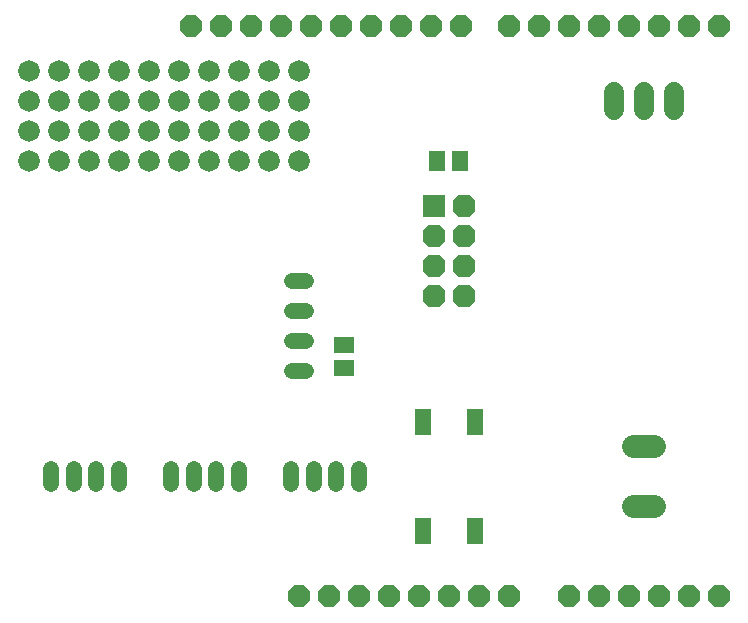
<source format=gts>
G04 This is an RS-274x file exported by *
G04 gerbv version 2.6.1 *
G04 More information is available about gerbv at *
G04 http://gerbv.geda-project.org/ *
G04 --End of header info--*
%MOIN*%
%FSLAX34Y34*%
%IPPOS*%
G04 --Define apertures--*
%ADD10C,0.1320*%
%AMMACRO11*
5,1,8,0.000000,0.000000,0.077932,22.500000*
%
%ADD11MACRO11*%
%ADD12C,0.0532*%
%ADD13R,0.0690X0.0572*%
%ADD14R,0.0760X0.0760*%
%AMMACRO15*
5,1,8,0.000000,0.000000,0.082262,22.500000*
%
%ADD15MACRO15*%
%ADD16R,0.0572X0.0651*%
%ADD17R,0.0572X0.0887*%
%ADD18C,0.0769*%
%ADD19C,0.0660*%
%ADD20C,0.0436*%
%ADD21C,0.0720*%
G04 --Start main section--*
G54D11*
G01X0027260Y0001500D03*
G01X0026260Y0001500D03*
G01X0025260Y0001500D03*
G01X0024260Y0001500D03*
G01X0023260Y0001500D03*
G01X0022260Y0001500D03*
G01X0020260Y0001500D03*
G01X0019260Y0001500D03*
G01X0018260Y0001500D03*
G01X0017260Y0001500D03*
G01X0016260Y0001500D03*
G01X0015260Y0001500D03*
G01X0014260Y0001500D03*
G01X0013260Y0001500D03*
G01X0013660Y0020500D03*
G01X0012659Y0020500D03*
G01X0011660Y0020500D03*
G01X0010660Y0020500D03*
G01X0009660Y0020500D03*
G01X0014660Y0020500D03*
G01X0015660Y0020500D03*
G01X0016660Y0020500D03*
G01X0017660Y0020500D03*
G01X0018660Y0020500D03*
G01X0020260Y0020500D03*
G01X0021260Y0020500D03*
G01X0022260Y0020500D03*
G01X0023260Y0020500D03*
G01X0024260Y0020500D03*
G01X0025260Y0020500D03*
G01X0026260Y0020500D03*
G01X0027260Y0020500D03*
G54D12*
G01X0013496Y0012000D02*
G01X0013023Y0012000D01*
G01X0013023Y0011000D02*
G01X0013496Y0011000D01*
G01X0013496Y0010000D02*
G01X0013023Y0010000D01*
G01X0013023Y0009000D02*
G01X0013496Y0009000D01*
G01X0013760Y0005736D02*
G01X0013760Y0005264D01*
G01X0013010Y0005264D02*
G01X0013010Y0005736D01*
G01X0014510Y0005736D02*
G01X0014510Y0005264D01*
G01X0015260Y0005264D02*
G01X0015260Y0005736D01*
G01X0011260Y0005736D02*
G01X0011260Y0005264D01*
G01X0010510Y0005264D02*
G01X0010510Y0005736D01*
G01X0009760Y0005736D02*
G01X0009760Y0005264D01*
G01X0009010Y0005264D02*
G01X0009010Y0005736D01*
G01X0007260Y0005736D02*
G01X0007260Y0005264D01*
G01X0006510Y0005264D02*
G01X0006510Y0005736D01*
G01X0005760Y0005736D02*
G01X0005760Y0005264D01*
G01X0005010Y0005264D02*
G01X0005010Y0005736D01*
G54D13*
G01X0014760Y0009126D03*
G01X0014760Y0009874D03*
G54D14*
G01X0017760Y0014500D03*
G54D15*
G01X0018760Y0014500D03*
G01X0018760Y0013500D03*
G01X0017760Y0013500D03*
G01X0017760Y0012500D03*
G01X0018760Y0012500D03*
G01X0018760Y0011500D03*
G01X0017760Y0011500D03*
G54D16*
G01X0017886Y0016000D03*
G01X0018634Y0016000D03*
G54D17*
G01X0019126Y0007311D03*
G01X0017393Y0007311D03*
G01X0017393Y0003689D03*
G01X0019126Y0003689D03*
G54D18*
G01X0024405Y0004500D02*
G01X0025114Y0004500D01*
G01X0025114Y0006500D02*
G01X0024405Y0006500D01*
G54D19*
G01X0024760Y0017700D02*
G01X0024760Y0018300D01*
G01X0025760Y0018300D02*
G01X0025760Y0017700D01*
G01X0023760Y0017700D02*
G01X0023760Y0018300D01*
G54D21*
G01X0013260Y0016000D03*
G01X0012260Y0016000D03*
G01X0011260Y0016000D03*
G01X0010260Y0016000D03*
G01X0009260Y0016000D03*
G01X0008260Y0016000D03*
G01X0007260Y0016000D03*
G01X0006260Y0016000D03*
G01X0005260Y0016000D03*
G01X0004260Y0016000D03*
G01X0004260Y0017000D03*
G01X0005260Y0017000D03*
G01X0005260Y0018000D03*
G01X0004260Y0018000D03*
G01X0004260Y0019000D03*
G01X0005260Y0019000D03*
G01X0006260Y0019000D03*
G01X0007260Y0019000D03*
G01X0007260Y0018000D03*
G01X0006260Y0018000D03*
G01X0006260Y0017000D03*
G01X0007260Y0017000D03*
G01X0008260Y0017000D03*
G01X0009260Y0017000D03*
G01X0010260Y0017000D03*
G01X0010260Y0018000D03*
G01X0009260Y0018000D03*
G01X0008260Y0018000D03*
G01X0008260Y0019000D03*
G01X0009260Y0019000D03*
G01X0010260Y0019000D03*
G01X0011260Y0019000D03*
G01X0012260Y0019000D03*
G01X0012260Y0018000D03*
G01X0011260Y0018000D03*
G01X0011260Y0017000D03*
G01X0012260Y0017000D03*
G01X0013260Y0017000D03*
G01X0013260Y0018000D03*
G01X0013260Y0019000D03*
M02*

</source>
